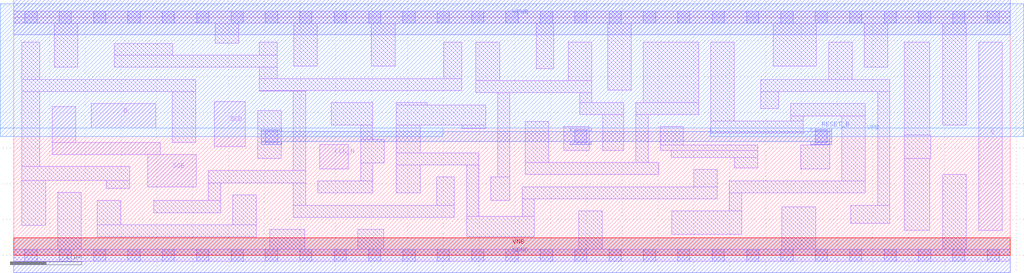
<source format=lef>
# Copyright 2020 The SkyWater PDK Authors
#
# Licensed under the Apache License, Version 2.0 (the "License");
# you may not use this file except in compliance with the License.
# You may obtain a copy of the License at
#
#     https://www.apache.org/licenses/LICENSE-2.0
#
# Unless required by applicable law or agreed to in writing, software
# distributed under the License is distributed on an "AS IS" BASIS,
# WITHOUT WARRANTIES OR CONDITIONS OF ANY KIND, either express or implied.
# See the License for the specific language governing permissions and
# limitations under the License.
#
# SPDX-License-Identifier: Apache-2.0

VERSION 5.7 ;
  NOWIREEXTENSIONATPIN ON ;
  DIVIDERCHAR "/" ;
  BUSBITCHARS "[]" ;
MACRO sky130_fd_sc_hs__sdfrtn_1
  CLASS CORE ;
  FOREIGN sky130_fd_sc_hs__sdfrtn_1 ;
  ORIGIN  0.000000  0.000000 ;
  SIZE  13.92000 BY  3.330000 ;
  SYMMETRY X Y R90 ;
  SITE unit ;
  PIN D
    ANTENNAGATEAREA  0.159000 ;
    DIRECTION INPUT ;
    USE SIGNAL ;
    PORT
      LAYER li1 ;
        RECT 1.085000 1.780000 1.980000 2.120000 ;
    END
  END D
  PIN Q
    ANTENNADIFFAREA  0.546900 ;
    DIRECTION OUTPUT ;
    USE SIGNAL ;
    PORT
      LAYER li1 ;
        RECT 13.475000 0.350000 13.805000 2.980000 ;
    END
  END Q
  PIN RESET_B
    ANTENNAGATEAREA  0.411000 ;
    DIRECTION INPUT ;
    USE SIGNAL ;
    PORT
      LAYER met1 ;
        RECT  3.455000 1.550000  3.745000 1.595000 ;
        RECT  3.455000 1.595000 11.425000 1.735000 ;
        RECT  3.455000 1.735000  3.745000 1.780000 ;
        RECT  7.775000 1.550000  8.065000 1.595000 ;
        RECT  7.775000 1.735000  8.065000 1.780000 ;
        RECT 11.135000 1.550000 11.425000 1.595000 ;
        RECT 11.135000 1.735000 11.425000 1.780000 ;
    END
  END RESET_B
  PIN SCD
    ANTENNAGATEAREA  0.159000 ;
    DIRECTION INPUT ;
    USE SIGNAL ;
    PORT
      LAYER li1 ;
        RECT 2.800000 1.525000 3.235000 2.150000 ;
    END
  END SCD
  PIN SCE
    ANTENNAGATEAREA  0.318000 ;
    DIRECTION INPUT ;
    USE SIGNAL ;
    PORT
      LAYER li1 ;
        RECT 0.535000 1.410000 2.045000 1.580000 ;
        RECT 0.535000 1.580000 0.865000 2.080000 ;
        RECT 1.875000 0.955000 2.550000 1.410000 ;
    END
  END SCE
  PIN CLK_N
    ANTENNAGATEAREA  0.279000 ;
    DIRECTION INPUT ;
    USE CLOCK ;
    PORT
      LAYER li1 ;
        RECT 4.275000 1.210000 4.675000 1.550000 ;
    END
  END CLK_N
  PIN VGND
    DIRECTION INOUT ;
    USE GROUND ;
    PORT
      LAYER met1 ;
        RECT 0.000000 -0.245000 13.920000 0.245000 ;
    END
  END VGND
  PIN VNB
    DIRECTION INOUT ;
    USE GROUND ;
    PORT
      LAYER pwell ;
        RECT 0.000000 0.000000 13.920000 0.245000 ;
    END
  END VNB
  PIN VPB
    DIRECTION INOUT ;
    USE POWER ;
    PORT
      LAYER nwell ;
        RECT -0.190000 1.660000  5.995000 1.780000 ;
        RECT -0.190000 1.780000 14.110000 3.520000 ;
        RECT  9.725000 1.660000 14.110000 1.780000 ;
    END
  END VPB
  PIN VPWR
    DIRECTION INOUT ;
    USE POWER ;
    PORT
      LAYER met1 ;
        RECT 0.000000 3.085000 13.920000 3.575000 ;
    END
  END VPWR
  OBS
    LAYER li1 ;
      RECT  0.000000 -0.085000 13.920000 0.085000 ;
      RECT  0.000000  3.245000 13.920000 3.415000 ;
      RECT  0.115000  0.420000  0.445000 1.050000 ;
      RECT  0.115000  1.050000  1.620000 1.240000 ;
      RECT  0.115000  1.240000  0.365000 2.290000 ;
      RECT  0.115000  2.290000  2.545000 2.460000 ;
      RECT  0.115000  2.460000  0.365000 2.980000 ;
      RECT  0.565000  2.630000  0.895000 3.245000 ;
      RECT  0.615000  0.085000  0.945000 0.880000 ;
      RECT  1.165000  0.255000  3.390000 0.425000 ;
      RECT  1.165000  0.425000  1.495000 0.765000 ;
      RECT  1.290000  0.935000  1.620000 1.050000 ;
      RECT  1.405000  2.630000  3.680000 2.800000 ;
      RECT  1.405000  2.800000  2.220000 2.960000 ;
      RECT  1.955000  0.595000  2.890000 0.765000 ;
      RECT  2.215000  1.580000  2.545000 2.290000 ;
      RECT  2.720000  0.765000  2.890000 1.015000 ;
      RECT  2.720000  1.015000  4.075000 1.185000 ;
      RECT  2.815000  2.970000  3.145000 3.245000 ;
      RECT  3.060000  0.425000  3.390000 0.845000 ;
      RECT  3.405000  1.355000  3.735000 2.025000 ;
      RECT  3.430000  2.300000  4.075000 2.305000 ;
      RECT  3.430000  2.305000  6.255000 2.475000 ;
      RECT  3.430000  2.475000  3.680000 2.630000 ;
      RECT  3.430000  2.800000  3.680000 2.980000 ;
      RECT  3.575000  0.085000  4.065000 0.360000 ;
      RECT  3.905000  0.530000  6.155000 0.700000 ;
      RECT  3.905000  0.700000  4.075000 1.015000 ;
      RECT  3.905000  1.185000  4.075000 2.300000 ;
      RECT  3.910000  2.645000  4.240000 3.245000 ;
      RECT  4.245000  0.870000  5.015000 1.040000 ;
      RECT  4.435000  1.820000  5.015000 2.135000 ;
      RECT  4.805000  0.085000  5.165000 0.360000 ;
      RECT  4.845000  1.040000  5.015000 1.290000 ;
      RECT  4.845000  1.290000  5.175000 1.620000 ;
      RECT  4.845000  1.620000  5.015000 1.820000 ;
      RECT  4.995000  2.645000  5.325000 3.245000 ;
      RECT  5.345000  0.870000  5.675000 1.265000 ;
      RECT  5.345000  1.265000  6.495000 1.435000 ;
      RECT  5.345000  1.435000  5.675000 1.820000 ;
      RECT  5.345000  1.820000  6.590000 2.105000 ;
      RECT  5.345000  2.105000  5.775000 2.135000 ;
      RECT  5.905000  0.700000  6.155000 1.095000 ;
      RECT  6.005000  2.475000  6.255000 2.980000 ;
      RECT  6.260000  1.775000  6.590000 1.820000 ;
      RECT  6.325000  0.255000  7.270000 0.545000 ;
      RECT  6.325000  0.545000  6.495000 1.265000 ;
      RECT  6.455000  2.275000  8.075000 2.445000 ;
      RECT  6.455000  2.445000  6.785000 2.980000 ;
      RECT  6.665000  0.765000  6.930000 1.095000 ;
      RECT  6.760000  1.095000  6.930000 2.275000 ;
      RECT  7.100000  0.545000  7.270000 0.790000 ;
      RECT  7.100000  0.790000  9.825000 0.960000 ;
      RECT  7.145000  1.130000  9.010000 1.300000 ;
      RECT  7.145000  1.300000  7.475000 1.870000 ;
      RECT  7.295000  2.615000  7.545000 3.245000 ;
      RECT  7.685000  1.470000  8.035000 1.800000 ;
      RECT  7.745000  2.445000  8.075000 2.980000 ;
      RECT  7.890000  0.085000  8.220000 0.620000 ;
      RECT  7.905000  1.970000  8.520000 2.140000 ;
      RECT  7.905000  2.140000  8.075000 2.275000 ;
      RECT  8.225000  1.470000  8.520000 1.970000 ;
      RECT  8.295000  2.310000  8.625000 3.245000 ;
      RECT  8.690000  1.300000  8.860000 1.970000 ;
      RECT  8.690000  1.970000  9.565000 2.140000 ;
      RECT  8.795000  2.140000  9.565000 2.980000 ;
      RECT  9.030000  1.470000 10.395000 1.540000 ;
      RECT  9.030000  1.540000  9.350000 1.800000 ;
      RECT  9.180000  1.370000 10.395000 1.470000 ;
      RECT  9.190000  0.290000 10.165000 0.620000 ;
      RECT  9.495000  0.960000  9.825000 1.200000 ;
      RECT  9.735000  1.710000 11.025000 1.880000 ;
      RECT  9.735000  1.880000 10.065000 2.980000 ;
      RECT  9.995000  0.620000 10.165000 0.870000 ;
      RECT  9.995000  0.870000 11.895000 1.040000 ;
      RECT 10.065000  1.225000 10.395000 1.370000 ;
      RECT 10.435000  2.050000 10.685000 2.290000 ;
      RECT 10.435000  2.290000 12.235000 2.460000 ;
      RECT 10.605000  2.650000 11.210000 3.245000 ;
      RECT 10.730000  0.085000 11.200000 0.680000 ;
      RECT 10.855000  1.880000 11.025000 1.950000 ;
      RECT 10.855000  1.950000 11.895000 2.120000 ;
      RECT 10.995000  1.210000 11.395000 1.540000 ;
      RECT 11.195000  1.540000 11.395000 1.780000 ;
      RECT 11.380000  2.460000 11.710000 2.980000 ;
      RECT 11.565000  1.040000 11.895000 1.950000 ;
      RECT 11.690000  0.450000 12.235000 0.700000 ;
      RECT 11.880000  2.630000 12.210000 3.245000 ;
      RECT 12.065000  0.700000 12.235000 2.290000 ;
      RECT 12.440000  0.350000 12.795000 1.355000 ;
      RECT 12.440000  1.355000 12.810000 1.685000 ;
      RECT 12.440000  1.685000 12.795000 2.980000 ;
      RECT 12.975000  0.085000 13.305000 1.130000 ;
      RECT 12.975000  1.820000 13.305000 3.245000 ;
    LAYER mcon ;
      RECT  0.155000 -0.085000  0.325000 0.085000 ;
      RECT  0.155000  3.245000  0.325000 3.415000 ;
      RECT  0.635000 -0.085000  0.805000 0.085000 ;
      RECT  0.635000  3.245000  0.805000 3.415000 ;
      RECT  1.115000 -0.085000  1.285000 0.085000 ;
      RECT  1.115000  3.245000  1.285000 3.415000 ;
      RECT  1.595000 -0.085000  1.765000 0.085000 ;
      RECT  1.595000  3.245000  1.765000 3.415000 ;
      RECT  2.075000 -0.085000  2.245000 0.085000 ;
      RECT  2.075000  3.245000  2.245000 3.415000 ;
      RECT  2.555000 -0.085000  2.725000 0.085000 ;
      RECT  2.555000  3.245000  2.725000 3.415000 ;
      RECT  3.035000 -0.085000  3.205000 0.085000 ;
      RECT  3.035000  3.245000  3.205000 3.415000 ;
      RECT  3.515000 -0.085000  3.685000 0.085000 ;
      RECT  3.515000  1.580000  3.685000 1.750000 ;
      RECT  3.515000  3.245000  3.685000 3.415000 ;
      RECT  3.995000 -0.085000  4.165000 0.085000 ;
      RECT  3.995000  3.245000  4.165000 3.415000 ;
      RECT  4.475000 -0.085000  4.645000 0.085000 ;
      RECT  4.475000  3.245000  4.645000 3.415000 ;
      RECT  4.955000 -0.085000  5.125000 0.085000 ;
      RECT  4.955000  3.245000  5.125000 3.415000 ;
      RECT  5.435000 -0.085000  5.605000 0.085000 ;
      RECT  5.435000  3.245000  5.605000 3.415000 ;
      RECT  5.915000 -0.085000  6.085000 0.085000 ;
      RECT  5.915000  3.245000  6.085000 3.415000 ;
      RECT  6.395000 -0.085000  6.565000 0.085000 ;
      RECT  6.395000  3.245000  6.565000 3.415000 ;
      RECT  6.875000 -0.085000  7.045000 0.085000 ;
      RECT  6.875000  3.245000  7.045000 3.415000 ;
      RECT  7.355000 -0.085000  7.525000 0.085000 ;
      RECT  7.355000  3.245000  7.525000 3.415000 ;
      RECT  7.835000 -0.085000  8.005000 0.085000 ;
      RECT  7.835000  1.580000  8.005000 1.750000 ;
      RECT  7.835000  3.245000  8.005000 3.415000 ;
      RECT  8.315000 -0.085000  8.485000 0.085000 ;
      RECT  8.315000  3.245000  8.485000 3.415000 ;
      RECT  8.795000 -0.085000  8.965000 0.085000 ;
      RECT  8.795000  3.245000  8.965000 3.415000 ;
      RECT  9.275000 -0.085000  9.445000 0.085000 ;
      RECT  9.275000  3.245000  9.445000 3.415000 ;
      RECT  9.755000 -0.085000  9.925000 0.085000 ;
      RECT  9.755000  3.245000  9.925000 3.415000 ;
      RECT 10.235000 -0.085000 10.405000 0.085000 ;
      RECT 10.235000  3.245000 10.405000 3.415000 ;
      RECT 10.715000 -0.085000 10.885000 0.085000 ;
      RECT 10.715000  3.245000 10.885000 3.415000 ;
      RECT 11.195000 -0.085000 11.365000 0.085000 ;
      RECT 11.195000  1.580000 11.365000 1.750000 ;
      RECT 11.195000  3.245000 11.365000 3.415000 ;
      RECT 11.675000 -0.085000 11.845000 0.085000 ;
      RECT 11.675000  3.245000 11.845000 3.415000 ;
      RECT 12.155000 -0.085000 12.325000 0.085000 ;
      RECT 12.155000  3.245000 12.325000 3.415000 ;
      RECT 12.635000 -0.085000 12.805000 0.085000 ;
      RECT 12.635000  3.245000 12.805000 3.415000 ;
      RECT 13.115000 -0.085000 13.285000 0.085000 ;
      RECT 13.115000  3.245000 13.285000 3.415000 ;
      RECT 13.595000 -0.085000 13.765000 0.085000 ;
      RECT 13.595000  3.245000 13.765000 3.415000 ;
  END
END sky130_fd_sc_hs__sdfrtn_1
END LIBRARY

</source>
